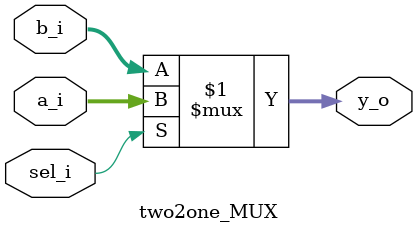
<source format=v>
`timescale 1ns / 1ps


module two2one_MUX(
    input [7:0] a_i,
    input [7:0] b_i,
    input sel_i,
    output [7:0] y_o
    );
    assign y_o = sel_i ? a_i : b_i;
   
endmodule

</source>
